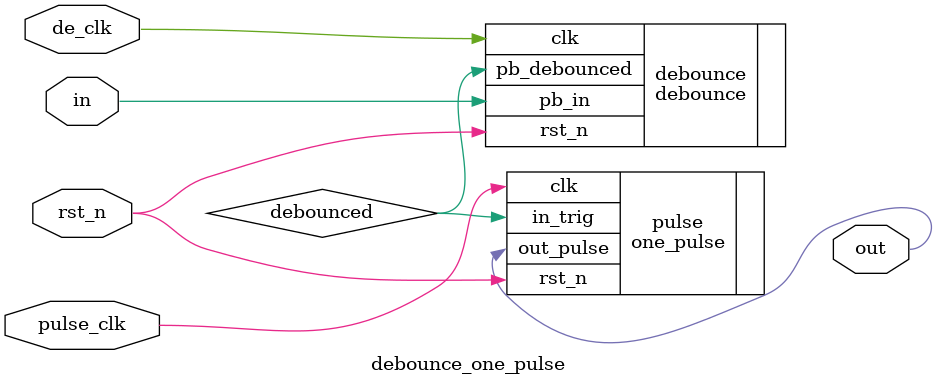
<source format=v>
`timescale 1ns / 1ps
module debounce_one_pulse(
	de_clk, //debounce clock (I)
	pulse_clk, //one pulse clock (I)
	rst_n, //low active reset (I)
	in, //push button input (I)
	out //pulsed push button output (O)
);

//I/Os
input de_clk, pulse_clk, rst_n, in;
output out; //debounced push button output
wire debounced;

debounce debounce(
	.clk(de_clk),
	.rst_n(rst_n),
	.pb_in(in),
	.pb_debounced(debounced)
);

one_pulse pulse(
	.clk(pulse_clk),
	.rst_n(rst_n),
	.in_trig(debounced),
	.out_pulse(out)
);

endmodule

</source>
